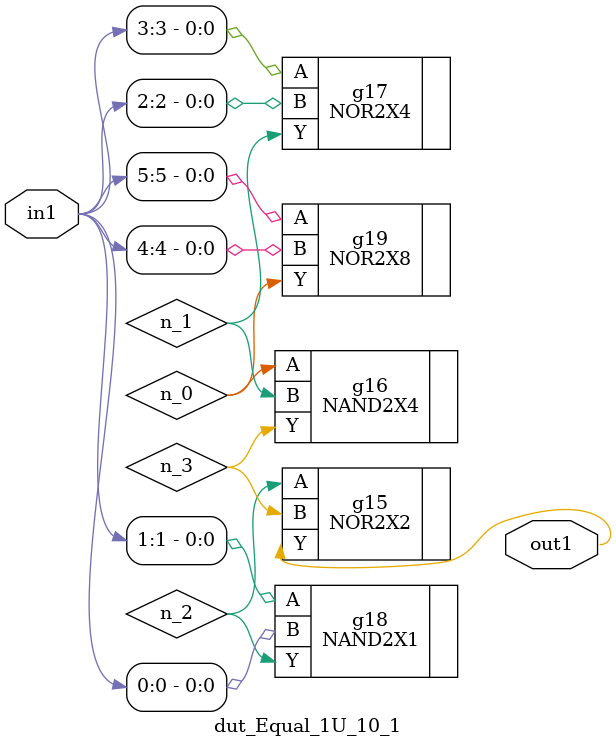
<source format=v>
`timescale 1ps / 1ps


module dut_Equal_1U_10_1(in1, out1);
  input [5:0] in1;
  output out1;
  wire [5:0] in1;
  wire out1;
  wire n_0, n_1, n_2, n_3;
  NOR2X2 g15(.A (n_2), .B (n_3), .Y (out1));
  NAND2X4 g16(.A (n_0), .B (n_1), .Y (n_3));
  NAND2X1 g18(.A (in1[1]), .B (in1[0]), .Y (n_2));
  NOR2X4 g17(.A (in1[3]), .B (in1[2]), .Y (n_1));
  NOR2X8 g19(.A (in1[5]), .B (in1[4]), .Y (n_0));
endmodule



</source>
